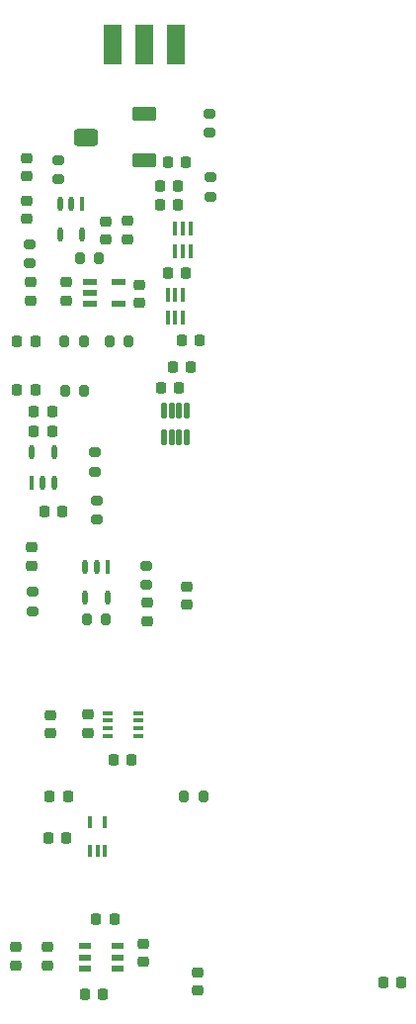
<source format=gbr>
G04 #@! TF.GenerationSoftware,KiCad,Pcbnew,9.0.0*
G04 #@! TF.CreationDate,2025-10-14T13:06:03-06:00*
G04 #@! TF.ProjectId,main_board,6d61696e-5f62-46f6-9172-642e6b696361,rev?*
G04 #@! TF.SameCoordinates,Original*
G04 #@! TF.FileFunction,Paste,Top*
G04 #@! TF.FilePolarity,Positive*
%FSLAX46Y46*%
G04 Gerber Fmt 4.6, Leading zero omitted, Abs format (unit mm)*
G04 Created by KiCad (PCBNEW 9.0.0) date 2025-10-14 13:06:03*
%MOMM*%
%LPD*%
G01*
G04 APERTURE LIST*
G04 Aperture macros list*
%AMRoundRect*
0 Rectangle with rounded corners*
0 $1 Rounding radius*
0 $2 $3 $4 $5 $6 $7 $8 $9 X,Y pos of 4 corners*
0 Add a 4 corners polygon primitive as box body*
4,1,4,$2,$3,$4,$5,$6,$7,$8,$9,$2,$3,0*
0 Add four circle primitives for the rounded corners*
1,1,$1+$1,$2,$3*
1,1,$1+$1,$4,$5*
1,1,$1+$1,$6,$7*
1,1,$1+$1,$8,$9*
0 Add four rect primitives between the rounded corners*
20,1,$1+$1,$2,$3,$4,$5,0*
20,1,$1+$1,$4,$5,$6,$7,0*
20,1,$1+$1,$6,$7,$8,$9,0*
20,1,$1+$1,$8,$9,$2,$3,0*%
G04 Aperture macros list end*
%ADD10RoundRect,0.200000X-0.275000X0.200000X-0.275000X-0.200000X0.275000X-0.200000X0.275000X0.200000X0*%
%ADD11RoundRect,0.225000X-0.225000X-0.250000X0.225000X-0.250000X0.225000X0.250000X-0.225000X0.250000X0*%
%ADD12RoundRect,0.180000X0.820000X0.420000X-0.820000X0.420000X-0.820000X-0.420000X0.820000X-0.420000X0*%
%ADD13RoundRect,0.217500X0.782500X0.507500X-0.782500X0.507500X-0.782500X-0.507500X0.782500X-0.507500X0*%
%ADD14RoundRect,0.225000X0.225000X0.250000X-0.225000X0.250000X-0.225000X-0.250000X0.225000X-0.250000X0*%
%ADD15R,1.104900X0.508000*%
%ADD16RoundRect,0.200000X0.275000X-0.200000X0.275000X0.200000X-0.275000X0.200000X-0.275000X-0.200000X0*%
%ADD17R,0.304800X1.079500*%
%ADD18R,1.500000X3.500000*%
%ADD19RoundRect,0.218750X0.218750X0.256250X-0.218750X0.256250X-0.218750X-0.256250X0.218750X-0.256250X0*%
%ADD20RoundRect,0.200000X-0.200000X-0.275000X0.200000X-0.275000X0.200000X0.275000X-0.200000X0.275000X0*%
%ADD21R,0.355600X1.168400*%
%ADD22RoundRect,0.225000X0.250000X-0.225000X0.250000X0.225000X-0.250000X0.225000X-0.250000X-0.225000X0*%
%ADD23R,0.457200X1.219200*%
%ADD24O,0.457200X1.219200*%
%ADD25RoundRect,0.225000X-0.250000X0.225000X-0.250000X-0.225000X0.250000X-0.225000X0.250000X0.225000X0*%
%ADD26RoundRect,0.200000X0.200000X0.275000X-0.200000X0.275000X-0.200000X-0.275000X0.200000X-0.275000X0*%
%ADD27RoundRect,0.115000X-0.115000X0.547500X-0.115000X-0.547500X0.115000X-0.547500X0.115000X0.547500X0*%
%ADD28R,0.876300X0.406400*%
%ADD29R,1.270000X0.508000*%
G04 APERTURE END LIST*
D10*
G04 #@! TO.C,R1*
X126300000Y-108085000D03*
X126300000Y-109735000D03*
G04 #@! TD*
D11*
G04 #@! TO.C,C9*
X119505000Y-94460000D03*
X121055000Y-94460000D03*
G04 #@! TD*
D10*
G04 #@! TO.C,R9*
X136000000Y-74975000D03*
X136000000Y-76625000D03*
G04 #@! TD*
D12*
G04 #@! TO.C,FL1*
X130387500Y-75000000D03*
X130387500Y-79000000D03*
D13*
X125387500Y-77000000D03*
G04 #@! TD*
D14*
G04 #@! TO.C,C30*
X123705000Y-137010000D03*
X122155000Y-137010000D03*
G04 #@! TD*
D15*
G04 #@! TO.C,U9*
X125296650Y-146249999D03*
X125296650Y-147200000D03*
X125296650Y-148150001D03*
X128103350Y-148150001D03*
X128103350Y-147200000D03*
X128103350Y-146249999D03*
G04 #@! TD*
D16*
G04 #@! TO.C,R8*
X120600000Y-87825000D03*
X120600000Y-86175000D03*
G04 #@! TD*
D11*
G04 #@! TO.C,C10*
X119505000Y-98660000D03*
X121055000Y-98660000D03*
G04 #@! TD*
D17*
G04 #@! TO.C,U12*
X125730001Y-138072850D03*
X126380000Y-138072850D03*
X127029999Y-138072850D03*
X127029999Y-135647150D03*
X125730001Y-135647150D03*
G04 #@! TD*
D18*
G04 #@! TO.C,J1*
X130400000Y-69072500D03*
X133100000Y-69072500D03*
X127700000Y-69072500D03*
G04 #@! TD*
D19*
G04 #@! TO.C,L1*
X127837500Y-143950000D03*
X126262500Y-143950000D03*
G04 #@! TD*
D20*
G04 #@! TO.C,R5*
X123605000Y-98710000D03*
X125255000Y-98710000D03*
G04 #@! TD*
D21*
G04 #@! TO.C,U4*
X132380001Y-92460000D03*
X133030000Y-92460000D03*
X133679999Y-92460000D03*
X133679999Y-90504200D03*
X133030000Y-90504200D03*
X132380001Y-90504200D03*
G04 #@! TD*
D22*
G04 #@! TO.C,C26*
X130300000Y-147575000D03*
X130300000Y-146025000D03*
G04 #@! TD*
D11*
G04 #@! TO.C,C15*
X133580000Y-94410000D03*
X135130000Y-94410000D03*
G04 #@! TD*
D22*
G04 #@! TO.C,C31*
X135000000Y-150050000D03*
X135000000Y-148500000D03*
G04 #@! TD*
D14*
G04 #@! TO.C,C5*
X123375000Y-109060000D03*
X121825000Y-109060000D03*
G04 #@! TD*
D16*
G04 #@! TO.C,R6*
X123030000Y-80625000D03*
X123030000Y-78975000D03*
G04 #@! TD*
D23*
G04 #@! TO.C,U8*
X127230001Y-113750000D03*
D24*
X126280000Y-113750000D03*
X125329999Y-113750000D03*
X125329999Y-116370000D03*
X127230001Y-116370000D03*
G04 #@! TD*
D25*
G04 #@! TO.C,C27*
X122120000Y-146340000D03*
X122120000Y-147890000D03*
G04 #@! TD*
G04 #@! TO.C,C13*
X120280000Y-78835000D03*
X120280000Y-80385000D03*
G04 #@! TD*
D22*
G04 #@! TO.C,C18*
X128980000Y-85735000D03*
X128980000Y-84185000D03*
G04 #@! TD*
D11*
G04 #@! TO.C,C3*
X120925000Y-102210000D03*
X122475000Y-102210000D03*
G04 #@! TD*
D26*
G04 #@! TO.C,R12*
X127105000Y-118310000D03*
X125455000Y-118310000D03*
G04 #@! TD*
G04 #@! TO.C,R4*
X125205000Y-94510000D03*
X123555000Y-94510000D03*
G04 #@! TD*
D23*
G04 #@! TO.C,U1*
X120749999Y-106570000D03*
D24*
X121700000Y-106570000D03*
X122650001Y-106570000D03*
X122650001Y-103950000D03*
X120749999Y-103950000D03*
G04 #@! TD*
D23*
G04 #@! TO.C,U6*
X125080000Y-82710000D03*
D24*
X124129999Y-82710000D03*
X123179998Y-82710000D03*
X123179998Y-85330000D03*
X125080000Y-85330000D03*
G04 #@! TD*
D20*
G04 #@! TO.C,R14*
X133775000Y-133400000D03*
X135425000Y-133400000D03*
G04 #@! TD*
D14*
G04 #@! TO.C,C34*
X123830000Y-133410000D03*
X122280000Y-133410000D03*
G04 #@! TD*
D22*
G04 #@! TO.C,C21*
X125530000Y-127985000D03*
X125530000Y-126435000D03*
G04 #@! TD*
D11*
G04 #@! TO.C,C6*
X132855000Y-96660000D03*
X134405000Y-96660000D03*
G04 #@! TD*
G04 #@! TO.C,C24*
X132425000Y-79160000D03*
X133975000Y-79160000D03*
G04 #@! TD*
D20*
G04 #@! TO.C,R3*
X127405000Y-94460000D03*
X129055000Y-94460000D03*
G04 #@! TD*
D25*
G04 #@! TO.C,C11*
X120630000Y-89425000D03*
X120630000Y-90975000D03*
G04 #@! TD*
G04 #@! TO.C,C12*
X123680000Y-89425000D03*
X123680000Y-90975000D03*
G04 #@! TD*
G04 #@! TO.C,C7*
X120750000Y-112135000D03*
X120750000Y-113685000D03*
G04 #@! TD*
D27*
G04 #@! TO.C,U3*
X134030000Y-100422500D03*
X133380000Y-100422500D03*
X132730000Y-100422500D03*
X132080000Y-100422500D03*
X132080000Y-102697500D03*
X132730000Y-102697500D03*
X133380000Y-102697500D03*
X134030000Y-102697500D03*
G04 #@! TD*
D20*
G04 #@! TO.C,R7*
X124880000Y-87410000D03*
X126530000Y-87410000D03*
G04 #@! TD*
D14*
G04 #@! TO.C,C2*
X133355000Y-98460000D03*
X131805000Y-98460000D03*
G04 #@! TD*
D25*
G04 #@! TO.C,C16*
X130000000Y-89635000D03*
X130000000Y-91185000D03*
G04 #@! TD*
D10*
G04 #@! TO.C,R2*
X126180000Y-103985000D03*
X126180000Y-105635000D03*
G04 #@! TD*
G04 #@! TO.C,R10*
X136080000Y-80460000D03*
X136080000Y-82110000D03*
G04 #@! TD*
D28*
G04 #@! TO.C,U7*
X127265550Y-126285001D03*
X127265550Y-126934999D03*
X127265550Y-127585001D03*
X127265550Y-128234999D03*
X129894450Y-128234999D03*
X129894450Y-127585001D03*
X129894450Y-126934999D03*
X129894450Y-126285001D03*
G04 #@! TD*
D10*
G04 #@! TO.C,R13*
X120800000Y-115935000D03*
X120800000Y-117585000D03*
G04 #@! TD*
D11*
G04 #@! TO.C,C32*
X150855000Y-149310000D03*
X152405000Y-149310000D03*
G04 #@! TD*
D22*
G04 #@! TO.C,C14*
X120280000Y-83985000D03*
X120280000Y-82435000D03*
G04 #@! TD*
G04 #@! TO.C,C17*
X127080000Y-85785000D03*
X127080000Y-84235000D03*
G04 #@! TD*
D11*
G04 #@! TO.C,C8*
X132425000Y-88600000D03*
X133975000Y-88600000D03*
G04 #@! TD*
G04 #@! TO.C,C19*
X131755000Y-82810000D03*
X133305000Y-82810000D03*
G04 #@! TD*
D14*
G04 #@! TO.C,C22*
X129280000Y-130310000D03*
X127730000Y-130310000D03*
G04 #@! TD*
D25*
G04 #@! TO.C,C29*
X130630000Y-116860000D03*
X130630000Y-118410000D03*
G04 #@! TD*
G04 #@! TO.C,C28*
X119350000Y-146340000D03*
X119350000Y-147890000D03*
G04 #@! TD*
D11*
G04 #@! TO.C,C1*
X131705000Y-81210000D03*
X133255000Y-81210000D03*
G04 #@! TD*
D22*
G04 #@! TO.C,C20*
X122330000Y-128000000D03*
X122330000Y-126450000D03*
G04 #@! TD*
D25*
G04 #@! TO.C,C23*
X134030000Y-115485000D03*
X134030000Y-117035000D03*
G04 #@! TD*
D16*
G04 #@! TO.C,R11*
X130580000Y-115335000D03*
X130580000Y-113685000D03*
G04 #@! TD*
D29*
G04 #@! TO.C,U5*
X125761600Y-89400000D03*
X125761600Y-90350001D03*
X125761600Y-91300002D03*
X128200000Y-91300002D03*
X128200000Y-89400000D03*
G04 #@! TD*
D11*
G04 #@! TO.C,C4*
X120925000Y-100500000D03*
X122475000Y-100500000D03*
G04 #@! TD*
D21*
G04 #@! TO.C,U2*
X133050001Y-86777900D03*
X133700000Y-86777900D03*
X134349999Y-86777900D03*
X134349999Y-84822100D03*
X133700000Y-84822100D03*
X133050001Y-84822100D03*
G04 #@! TD*
D11*
G04 #@! TO.C,C25*
X125320000Y-150340000D03*
X126870000Y-150340000D03*
G04 #@! TD*
M02*

</source>
